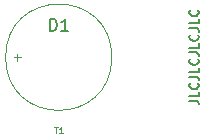
<source format=gbr>
%TF.GenerationSoftware,KiCad,Pcbnew,(5.1.6)-1*%
%TF.CreationDate,2020-10-24T11:54:00+02:00*%
%TF.ProjectId,Photodiode_PCB,50686f74-6f64-4696-9f64-655f5043422e,rev?*%
%TF.SameCoordinates,Original*%
%TF.FileFunction,Legend,Top*%
%TF.FilePolarity,Positive*%
%FSLAX46Y46*%
G04 Gerber Fmt 4.6, Leading zero omitted, Abs format (unit mm)*
G04 Created by KiCad (PCBNEW (5.1.6)-1) date 2020-10-24 11:54:00*
%MOMM*%
%LPD*%
G01*
G04 APERTURE LIST*
%ADD10C,0.150000*%
%ADD11C,0.120000*%
%ADD12C,0.100000*%
G04 APERTURE END LIST*
D10*
X161061904Y-103695238D02*
X161633333Y-103695238D01*
X161747619Y-103733333D01*
X161823809Y-103809523D01*
X161861904Y-103923809D01*
X161861904Y-104000000D01*
X161861904Y-102933333D02*
X161861904Y-103314285D01*
X161061904Y-103314285D01*
X161785714Y-102209523D02*
X161823809Y-102247619D01*
X161861904Y-102361904D01*
X161861904Y-102438095D01*
X161823809Y-102552380D01*
X161747619Y-102628571D01*
X161671428Y-102666666D01*
X161519047Y-102704761D01*
X161404761Y-102704761D01*
X161252380Y-102666666D01*
X161176190Y-102628571D01*
X161100000Y-102552380D01*
X161061904Y-102438095D01*
X161061904Y-102361904D01*
X161100000Y-102247619D01*
X161138095Y-102209523D01*
X161061904Y-101638095D02*
X161633333Y-101638095D01*
X161747619Y-101676190D01*
X161823809Y-101752380D01*
X161861904Y-101866666D01*
X161861904Y-101942857D01*
X161861904Y-100876190D02*
X161861904Y-101257142D01*
X161061904Y-101257142D01*
X161785714Y-100152380D02*
X161823809Y-100190476D01*
X161861904Y-100304761D01*
X161861904Y-100380952D01*
X161823809Y-100495238D01*
X161747619Y-100571428D01*
X161671428Y-100609523D01*
X161519047Y-100647619D01*
X161404761Y-100647619D01*
X161252380Y-100609523D01*
X161176190Y-100571428D01*
X161100000Y-100495238D01*
X161061904Y-100380952D01*
X161061904Y-100304761D01*
X161100000Y-100190476D01*
X161138095Y-100152380D01*
X161061904Y-99580952D02*
X161633333Y-99580952D01*
X161747619Y-99619047D01*
X161823809Y-99695238D01*
X161861904Y-99809523D01*
X161861904Y-99885714D01*
X161861904Y-98819047D02*
X161861904Y-99200000D01*
X161061904Y-99200000D01*
X161785714Y-98095238D02*
X161823809Y-98133333D01*
X161861904Y-98247619D01*
X161861904Y-98323809D01*
X161823809Y-98438095D01*
X161747619Y-98514285D01*
X161671428Y-98552380D01*
X161519047Y-98590476D01*
X161404761Y-98590476D01*
X161252380Y-98552380D01*
X161176190Y-98514285D01*
X161100000Y-98438095D01*
X161061904Y-98323809D01*
X161061904Y-98247619D01*
X161100000Y-98133333D01*
X161138095Y-98095238D01*
X161061904Y-97523809D02*
X161633333Y-97523809D01*
X161747619Y-97561904D01*
X161823809Y-97638095D01*
X161861904Y-97752380D01*
X161861904Y-97828571D01*
X161861904Y-96761904D02*
X161861904Y-97142857D01*
X161061904Y-97142857D01*
X161785714Y-96038095D02*
X161823809Y-96076190D01*
X161861904Y-96190476D01*
X161861904Y-96266666D01*
X161823809Y-96380952D01*
X161747619Y-96457142D01*
X161671428Y-96495238D01*
X161519047Y-96533333D01*
X161404761Y-96533333D01*
X161252380Y-96495238D01*
X161176190Y-96457142D01*
X161100000Y-96380952D01*
X161061904Y-96266666D01*
X161061904Y-96190476D01*
X161100000Y-96076190D01*
X161138095Y-96038095D01*
D11*
%TO.C,D1*%
X154500000Y-100000000D02*
G75*
G03*
X154500000Y-100000000I-4500000J0D01*
G01*
D12*
X146500000Y-100000000D02*
X146500000Y-99700000D01*
X146500000Y-100300000D02*
X146500000Y-100000000D01*
X146200000Y-100000000D02*
X146500000Y-100000000D01*
X146500000Y-100000000D02*
X146800000Y-100000000D01*
%TO.C,T1*%
X149619047Y-105926190D02*
X149904761Y-105926190D01*
X149761904Y-106426190D02*
X149761904Y-105926190D01*
X150333333Y-106426190D02*
X150047619Y-106426190D01*
X150190476Y-106426190D02*
X150190476Y-105926190D01*
X150142857Y-105997619D01*
X150095238Y-106045238D01*
X150047619Y-106069047D01*
%TO.C,D1*%
D10*
X149261904Y-97752380D02*
X149261904Y-96752380D01*
X149500000Y-96752380D01*
X149642857Y-96800000D01*
X149738095Y-96895238D01*
X149785714Y-96990476D01*
X149833333Y-97180952D01*
X149833333Y-97323809D01*
X149785714Y-97514285D01*
X149738095Y-97609523D01*
X149642857Y-97704761D01*
X149500000Y-97752380D01*
X149261904Y-97752380D01*
X150785714Y-97752380D02*
X150214285Y-97752380D01*
X150500000Y-97752380D02*
X150500000Y-96752380D01*
X150404761Y-96895238D01*
X150309523Y-96990476D01*
X150214285Y-97038095D01*
%TD*%
M02*

</source>
